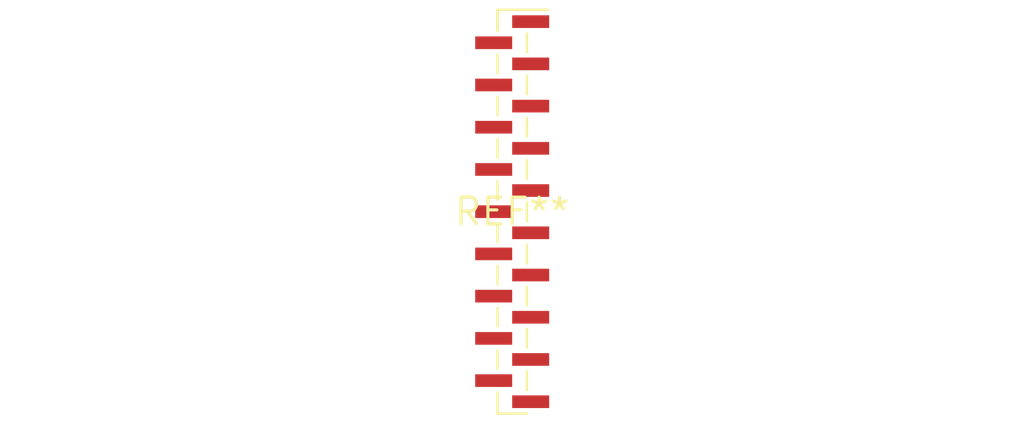
<source format=kicad_pcb>
(kicad_pcb (version 20240108) (generator pcbnew)
  (layers (0 "F.Cu" signal) (31 "B.Cu" signal) (34 "B.Paste" user) (35 "F.Paste" user) (36 "B.SilkS" user "B.Silkscreen") (37 "F.SilkS" user "F.Silkscreen") (38 "B.Mask" user) (39 "F.Mask" user) (44 "Edge.Cuts" user))
  (net 0 "")
  (footprint "PinHeader_1x19_P1.00mm_Vertical_SMD_Pin1Right" (layer "F.Cu") (at 0 0)
    (property "Reference" "REF**")
    (property "Value" "PinHeader_1x19_P1.00mm_Vertical_SMD_Pin1Right")
    (fp_line (start -0.695 -9.56) (end -0.695 -8.56) (layer "F.SilkS") (stroke (width 0.12)))
    (fp_line (start -0.695 -9.56) (end 0.695 -9.56) (layer "F.SilkS") (stroke (width 0.12)))
    (fp_line (start -0.695 -9.44) (end -0.695 -8.56) (layer "F.SilkS") (stroke (width 0.12)))
    (fp_line (start -0.695 -7.44) (end -0.695 -6.56) (layer "F.SilkS") (stroke (width 0.12)))
    (fp_line (start -0.695 -5.44) (end -0.695 -4.56) (layer "F.SilkS") (stroke (width 0.12)))
    (fp_line (start -0.695 -3.44) (end -0.695 -2.56) (layer "F.SilkS") (stroke (width 0.12)))
    (fp_line (start -0.695 -1.44) (end -0.695 -0.56) (layer "F.SilkS") (stroke (width 0.12)))
    (fp_line (start -0.695 0.56) (end -0.695 1.44) (layer "F.SilkS") (stroke (width 0.12)))
    (fp_line (start -0.695 2.56) (end -0.695 3.44) (layer "F.SilkS") (stroke (width 0.12)))
    (fp_line (start -0.695 4.56) (end -0.695 5.44) (layer "F.SilkS") (stroke (width 0.12)))
    (fp_line (start -0.695 6.56) (end -0.695 7.44) (layer "F.SilkS") (stroke (width 0.12)))
    (fp_line (start -0.695 8.56) (end -0.695 9.56) (layer "F.SilkS") (stroke (width 0.12)))
    (fp_line (start -0.695 9.56) (end -0.695 9.56) (layer "F.SilkS") (stroke (width 0.12)))
    (fp_line (start -0.695 9.56) (end 0.695 9.56) (layer "F.SilkS") (stroke (width 0.12)))
    (fp_line (start 0.695 -9.56) (end 0.695 -9.56) (layer "F.SilkS") (stroke (width 0.12)))
    (fp_line (start 0.695 -9.56) (end 1.69 -9.56) (layer "F.SilkS") (stroke (width 0.12)))
    (fp_line (start 0.695 -8.44) (end 0.695 -7.56) (layer "F.SilkS") (stroke (width 0.12)))
    (fp_line (start 0.695 -6.44) (end 0.695 -5.56) (layer "F.SilkS") (stroke (width 0.12)))
    (fp_line (start 0.695 -4.44) (end 0.695 -3.56) (layer "F.SilkS") (stroke (width 0.12)))
    (fp_line (start 0.695 -2.44) (end 0.695 -1.56) (layer "F.SilkS") (stroke (width 0.12)))
    (fp_line (start 0.695 -0.44) (end 0.695 0.44) (layer "F.SilkS") (stroke (width 0.12)))
    (fp_line (start 0.695 1.56) (end 0.695 2.44) (layer "F.SilkS") (stroke (width 0.12)))
    (fp_line (start 0.695 3.56) (end 0.695 4.44) (layer "F.SilkS") (stroke (width 0.12)))
    (fp_line (start 0.695 5.56) (end 0.695 6.44) (layer "F.SilkS") (stroke (width 0.12)))
    (fp_line (start 0.695 7.56) (end 0.695 8.44) (layer "F.SilkS") (stroke (width 0.12)))
    (pad "1" smd rect (at 0.875 -9) (size 1.75 0.6) (layers "F.Cu" "F.Paste" "F.Mask"))
    (pad "2" smd rect (at -0.875 -8) (size 1.75 0.6) (layers "F.Cu" "F.Paste" "F.Mask"))
    (pad "3" smd rect (at 0.875 -7) (size 1.75 0.6) (layers "F.Cu" "F.Paste" "F.Mask"))
    (pad "4" smd rect (at -0.875 -6) (size 1.75 0.6) (layers "F.Cu" "F.Paste" "F.Mask"))
    (pad "5" smd rect (at 0.875 -5) (size 1.75 0.6) (layers "F.Cu" "F.Paste" "F.Mask"))
    (pad "6" smd rect (at -0.875 -4) (size 1.75 0.6) (layers "F.Cu" "F.Paste" "F.Mask"))
    (pad "7" smd rect (at 0.875 -3) (size 1.75 0.6) (layers "F.Cu" "F.Paste" "F.Mask"))
    (pad "8" smd rect (at -0.875 -2) (size 1.75 0.6) (layers "F.Cu" "F.Paste" "F.Mask"))
    (pad "9" smd rect (at 0.875 -1) (size 1.75 0.6) (layers "F.Cu" "F.Paste" "F.Mask"))
    (pad "10" smd rect (at -0.875 0) (size 1.75 0.6) (layers "F.Cu" "F.Paste" "F.Mask"))
    (pad "11" smd rect (at 0.875 1) (size 1.75 0.6) (layers "F.Cu" "F.Paste" "F.Mask"))
    (pad "12" smd rect (at -0.875 2) (size 1.75 0.6) (layers "F.Cu" "F.Paste" "F.Mask"))
    (pad "13" smd rect (at 0.875 3) (size 1.75 0.6) (layers "F.Cu" "F.Paste" "F.Mask"))
    (pad "14" smd rect (at -0.875 4) (size 1.75 0.6) (layers "F.Cu" "F.Paste" "F.Mask"))
    (pad "15" smd rect (at 0.875 5) (size 1.75 0.6) (layers "F.Cu" "F.Paste" "F.Mask"))
    (pad "16" smd rect (at -0.875 6) (size 1.75 0.6) (layers "F.Cu" "F.Paste" "F.Mask"))
    (pad "17" smd rect (at 0.875 7) (size 1.75 0.6) (layers "F.Cu" "F.Paste" "F.Mask"))
    (pad "18" smd rect (at -0.875 8) (size 1.75 0.6) (layers "F.Cu" "F.Paste" "F.Mask"))
    (pad "19" smd rect (at 0.875 9) (size 1.75 0.6) (layers "F.Cu" "F.Paste" "F.Mask"))
  )
)
</source>
